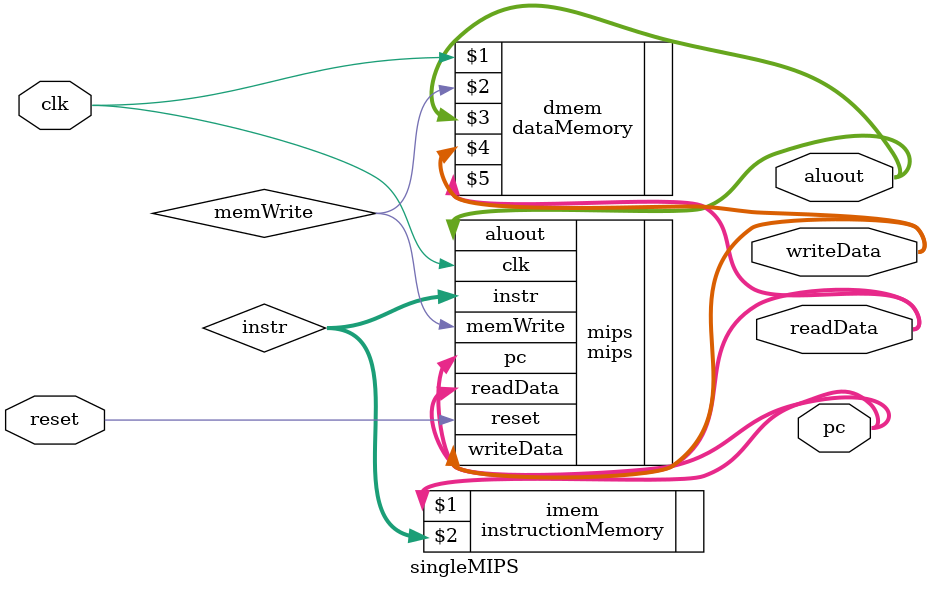
<source format=v>
module singleMIPS(
  input clk,reset,
  output [31:0] pc,
  output [31:0] aluout,
  output [31:0] readData,
  output [31:0] writeData
);

  wire [31:0] instr;
  wire memWrite;
  // wire [31:0] readData;
  // wire [31:0] writeData;

  instructionMemory imem(pc, instr);

  dataMemory dmem(clk, memWrite, aluout, writeData, readData);

  mips mips(
    .clk(clk),
    .reset(reset),
    .instr(instr),
    .readData(readData),
    .pc(pc),
    .aluout(aluout),
    .writeData(writeData),
    .memWrite(memWrite)
  );

endmodule
</source>
